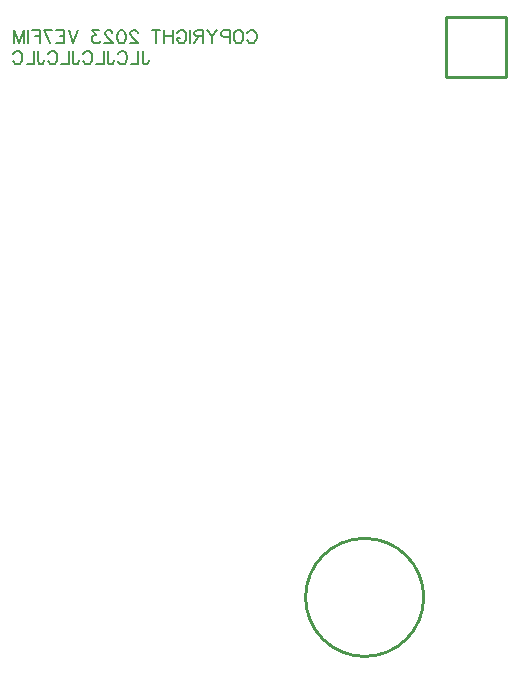
<source format=gbo>
G04 Layer: BottomSilkscreenLayer*
G04 Panelize: , Column: 2, Row: 2, Board Size: 58.42mm x 58.42mm, Panelized Board Size: 118.84mm x 118.84mm*
G04 EasyEDA v6.5.34, 2023-08-21 18:11:39*
G04 ba809c9b4c8644faba3ff844f2f4f7cd,5a6b42c53f6a479593ecc07194224c93,10*
G04 Gerber Generator version 0.2*
G04 Scale: 100 percent, Rotated: No, Reflected: No *
G04 Dimensions in millimeters *
G04 leading zeros omitted , absolute positions ,4 integer and 5 decimal *
%FSLAX45Y45*%
%MOMM*%

%ADD10C,0.1524*%
%ADD11C,0.1520*%
%ADD12C,0.2540*%

%LPD*%
D10*
X2766867Y5575762D02*
G01*
X2772064Y5586153D01*
X2782455Y5596544D01*
X2792844Y5601738D01*
X2813626Y5601738D01*
X2824017Y5596544D01*
X2834408Y5586153D01*
X2839605Y5575762D01*
X2844800Y5560174D01*
X2844800Y5534197D01*
X2839605Y5518612D01*
X2834408Y5508221D01*
X2824017Y5497829D01*
X2813626Y5492635D01*
X2792844Y5492635D01*
X2782455Y5497829D01*
X2772064Y5508221D01*
X2766867Y5518612D01*
X2701404Y5601738D02*
G01*
X2711795Y5596544D01*
X2722186Y5586153D01*
X2727383Y5575762D01*
X2732577Y5560174D01*
X2732577Y5534197D01*
X2727383Y5518612D01*
X2722186Y5508221D01*
X2711795Y5497829D01*
X2701404Y5492635D01*
X2680624Y5492635D01*
X2670233Y5497829D01*
X2659842Y5508221D01*
X2654645Y5518612D01*
X2649451Y5534197D01*
X2649451Y5560174D01*
X2654645Y5575762D01*
X2659842Y5586153D01*
X2670233Y5596544D01*
X2680624Y5601738D01*
X2701404Y5601738D01*
X2615161Y5601738D02*
G01*
X2615161Y5492635D01*
X2615161Y5601738D02*
G01*
X2568402Y5601738D01*
X2552814Y5596544D01*
X2547620Y5591347D01*
X2542425Y5580956D01*
X2542425Y5565371D01*
X2547620Y5554979D01*
X2552814Y5549785D01*
X2568402Y5544588D01*
X2615161Y5544588D01*
X2508135Y5601738D02*
G01*
X2466571Y5549785D01*
X2466571Y5492635D01*
X2425006Y5601738D02*
G01*
X2466571Y5549785D01*
X2390716Y5601738D02*
G01*
X2390716Y5492635D01*
X2390716Y5601738D02*
G01*
X2343957Y5601738D01*
X2328372Y5596544D01*
X2323175Y5591347D01*
X2317981Y5580956D01*
X2317981Y5570565D01*
X2323175Y5560174D01*
X2328372Y5554979D01*
X2343957Y5549785D01*
X2390716Y5549785D01*
X2354348Y5549785D02*
G01*
X2317981Y5492635D01*
X2283691Y5601738D02*
G01*
X2283691Y5492635D01*
X2171468Y5575762D02*
G01*
X2176665Y5586153D01*
X2187054Y5596544D01*
X2197445Y5601738D01*
X2218227Y5601738D01*
X2228618Y5596544D01*
X2239009Y5586153D01*
X2244204Y5575762D01*
X2249401Y5560174D01*
X2249401Y5534197D01*
X2244204Y5518612D01*
X2239009Y5508221D01*
X2228618Y5497829D01*
X2218227Y5492635D01*
X2197445Y5492635D01*
X2187054Y5497829D01*
X2176665Y5508221D01*
X2171468Y5518612D01*
X2171468Y5534197D01*
X2197445Y5534197D02*
G01*
X2171468Y5534197D01*
X2137178Y5601738D02*
G01*
X2137178Y5492635D01*
X2064443Y5601738D02*
G01*
X2064443Y5492635D01*
X2137178Y5549785D02*
G01*
X2064443Y5549785D01*
X1993785Y5601738D02*
G01*
X1993785Y5492635D01*
X2030153Y5601738D02*
G01*
X1957415Y5601738D01*
X1837921Y5575762D02*
G01*
X1837921Y5580956D01*
X1832724Y5591347D01*
X1827529Y5596544D01*
X1817138Y5601738D01*
X1796356Y5601738D01*
X1785965Y5596544D01*
X1780771Y5591347D01*
X1775574Y5580956D01*
X1775574Y5570565D01*
X1780771Y5560174D01*
X1791162Y5544588D01*
X1843115Y5492635D01*
X1770379Y5492635D01*
X1704916Y5601738D02*
G01*
X1720504Y5596544D01*
X1730895Y5580956D01*
X1736089Y5554979D01*
X1736089Y5539394D01*
X1730895Y5513415D01*
X1720504Y5497829D01*
X1704916Y5492635D01*
X1694525Y5492635D01*
X1678939Y5497829D01*
X1668548Y5513415D01*
X1663354Y5539394D01*
X1663354Y5554979D01*
X1668548Y5580956D01*
X1678939Y5596544D01*
X1694525Y5601738D01*
X1704916Y5601738D01*
X1623867Y5575762D02*
G01*
X1623867Y5580956D01*
X1618673Y5591347D01*
X1613476Y5596544D01*
X1603085Y5601738D01*
X1582305Y5601738D01*
X1571914Y5596544D01*
X1566717Y5591347D01*
X1561523Y5580956D01*
X1561523Y5570565D01*
X1566717Y5560174D01*
X1577108Y5544588D01*
X1629064Y5492635D01*
X1556326Y5492635D01*
X1511645Y5601738D02*
G01*
X1454495Y5601738D01*
X1485668Y5560174D01*
X1470083Y5560174D01*
X1459692Y5554979D01*
X1454495Y5549785D01*
X1449301Y5534197D01*
X1449301Y5523806D01*
X1454495Y5508221D01*
X1464886Y5497829D01*
X1480474Y5492635D01*
X1496060Y5492635D01*
X1511645Y5497829D01*
X1516842Y5503024D01*
X1522036Y5513415D01*
X1335001Y5601738D02*
G01*
X1293436Y5492635D01*
X1251874Y5601738D02*
G01*
X1293436Y5492635D01*
X1217584Y5601738D02*
G01*
X1217584Y5492635D01*
X1217584Y5601738D02*
G01*
X1150043Y5601738D01*
X1217584Y5549785D02*
G01*
X1176020Y5549785D01*
X1217584Y5492635D02*
G01*
X1150043Y5492635D01*
X1043015Y5601738D02*
G01*
X1094971Y5492635D01*
X1115753Y5601738D02*
G01*
X1043015Y5601738D01*
X1008725Y5601738D02*
G01*
X1008725Y5492635D01*
X1008725Y5601738D02*
G01*
X941184Y5601738D01*
X1008725Y5549785D02*
G01*
X967163Y5549785D01*
X906894Y5601738D02*
G01*
X906894Y5492635D01*
X872604Y5601738D02*
G01*
X872604Y5492635D01*
X872604Y5601738D02*
G01*
X831042Y5492635D01*
X789477Y5601738D02*
G01*
X831042Y5492635D01*
X789477Y5601738D02*
G01*
X789477Y5492635D01*
D11*
X1878444Y5423938D02*
G01*
X1878444Y5340812D01*
X1883641Y5325224D01*
X1888835Y5320029D01*
X1899226Y5314835D01*
X1909617Y5314835D01*
X1920008Y5320029D01*
X1925205Y5325224D01*
X1930400Y5340812D01*
X1930400Y5351203D01*
X1844154Y5423938D02*
G01*
X1844154Y5314835D01*
X1844154Y5314835D02*
G01*
X1781810Y5314835D01*
X1669587Y5397962D02*
G01*
X1674784Y5408353D01*
X1685175Y5418744D01*
X1695564Y5423938D01*
X1716346Y5423938D01*
X1726737Y5418744D01*
X1737128Y5408353D01*
X1742325Y5397962D01*
X1747520Y5382374D01*
X1747520Y5356397D01*
X1742325Y5340812D01*
X1737128Y5330421D01*
X1726737Y5320029D01*
X1716346Y5314835D01*
X1695564Y5314835D01*
X1685175Y5320029D01*
X1674784Y5330421D01*
X1669587Y5340812D01*
X1583344Y5423938D02*
G01*
X1583344Y5340812D01*
X1588538Y5325224D01*
X1593735Y5320029D01*
X1604124Y5314835D01*
X1614515Y5314835D01*
X1624906Y5320029D01*
X1630103Y5325224D01*
X1635297Y5340812D01*
X1635297Y5351203D01*
X1549054Y5423938D02*
G01*
X1549054Y5314835D01*
X1549054Y5314835D02*
G01*
X1486707Y5314835D01*
X1374485Y5397962D02*
G01*
X1379682Y5408353D01*
X1390073Y5418744D01*
X1400464Y5423938D01*
X1421244Y5423938D01*
X1431635Y5418744D01*
X1442026Y5408353D01*
X1447223Y5397962D01*
X1452417Y5382374D01*
X1452417Y5356397D01*
X1447223Y5340812D01*
X1442026Y5330421D01*
X1431635Y5320029D01*
X1421244Y5314835D01*
X1400464Y5314835D01*
X1390073Y5320029D01*
X1379682Y5330421D01*
X1374485Y5340812D01*
X1288242Y5423938D02*
G01*
X1288242Y5340812D01*
X1293436Y5325224D01*
X1298633Y5320029D01*
X1309024Y5314835D01*
X1319415Y5314835D01*
X1329804Y5320029D01*
X1335001Y5325224D01*
X1340195Y5340812D01*
X1340195Y5351203D01*
X1253952Y5423938D02*
G01*
X1253952Y5314835D01*
X1253952Y5314835D02*
G01*
X1191605Y5314835D01*
X1079385Y5397962D02*
G01*
X1084579Y5408353D01*
X1094971Y5418744D01*
X1105362Y5423938D01*
X1126144Y5423938D01*
X1136535Y5418744D01*
X1146924Y5408353D01*
X1152121Y5397962D01*
X1157315Y5382374D01*
X1157315Y5356397D01*
X1152121Y5340812D01*
X1146924Y5330421D01*
X1136535Y5320029D01*
X1126144Y5314835D01*
X1105362Y5314835D01*
X1094971Y5320029D01*
X1084579Y5330421D01*
X1079385Y5340812D01*
X993139Y5423938D02*
G01*
X993139Y5340812D01*
X998334Y5325224D01*
X1003531Y5320029D01*
X1013922Y5314835D01*
X1024313Y5314835D01*
X1034704Y5320029D01*
X1039898Y5325224D01*
X1045095Y5340812D01*
X1045095Y5351203D01*
X958850Y5423938D02*
G01*
X958850Y5314835D01*
X958850Y5314835D02*
G01*
X896505Y5314835D01*
X784283Y5397962D02*
G01*
X789477Y5408353D01*
X799868Y5418744D01*
X810260Y5423938D01*
X831042Y5423938D01*
X841433Y5418744D01*
X851824Y5408353D01*
X857018Y5397962D01*
X862215Y5382374D01*
X862215Y5356397D01*
X857018Y5340812D01*
X851824Y5330421D01*
X841433Y5320029D01*
X831042Y5314835D01*
X810260Y5314835D01*
X799868Y5320029D01*
X789477Y5330421D01*
X784283Y5340812D01*
D12*
G75*
G01
X4259199Y800100D02*
G03X4259199Y800100I-499999J0D01*
X4445000Y5715000D02*
G01*
X4953000Y5715000D01*
X4953000Y5207000D01*
X4445000Y5207000D01*
X4445000Y5715000D01*
M02*

</source>
